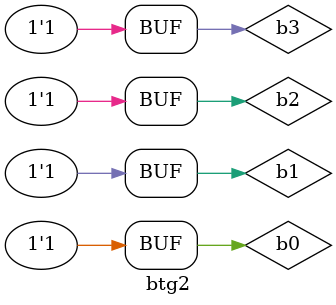
<source format=v>
`timescale 1ns / 1ps


module btg2;

	// Inputs
	reg b0;
	reg b1;
	reg b2;
	reg b3;

	// Outputs
	wire g0;
	wire g1;
	wire g2;
	wire g3;

	// Instantiate the Unit Under Test (UUT)
	btg uut (
		.b0(b0), 
		.b1(b1), 
		.b2(b2), 
		.b3(b3), 
		.g0(g0), 
		.g1(g1), 
		.g2(g2), 
		.g3(g3)
	);

	initial begin
		// Initialize Inputs
		b0 = 0;
		b1 = 0;
		b2 = 0;
		b3 = 0;

		// Wait 100 ns for global reset to finish
		#100;
        
		// Add stimulus here
		b0 = 1;
		b1 = 0;
		b2 = 0;
		b3 = 0;
		#100;
		
		b0 = 0;
		b1 = 1;
		b2 = 0;
		b3 = 0;
		#100;
	
		b0 = 1;
		b1 = 1;
		b2 = 0;
		b3 = 0;
		#100;

		b0 = 0;
		b1 = 0;
		b2 = 1;
		b3 = 0;

		#100;
	
		b0 = 1;
		b1 = 0;
		b2 = 1;
		b3 = 0;
		#100;
		
		b0 = 0;
		b1 = 1;
		b2 = 1;
		b3 = 0;
		#100;

		b0 = 1;
		b1 = 1;
		b2 = 1;
		b3 = 0;
		#100;
		

		b0 = 0;
		b1 = 0;
		b2 = 0;
		b3 = 1;
		#100;
		
		b0 = 1;
		b1 = 0;
		b2 = 0;
		b3 = 1;
		#100;

		b0 = 0;
		b1 = 1;
		b2 = 0;
		b3 = 1;
		#100;
		
		b0 = 1;
		b1 = 1;
		b2 = 0;
		b3 = 1;
		#100;

		b0 = 0;
		b1 = 0;
		b2 = 1;
		b3 = 1;
		#100;
		


		b0 = 1;
		b1 = 0;
		b2 = 1;
		b3 = 1;

		#100;

		b0 = 0;
		b1 = 1;
		b2 = 1;
		b3 = 1;
		#100;
		
		b0 = 1;
		b1 = 1;
		b2 = 1;
		b3 = 1;
		#100;
	end
      
endmodule

</source>
